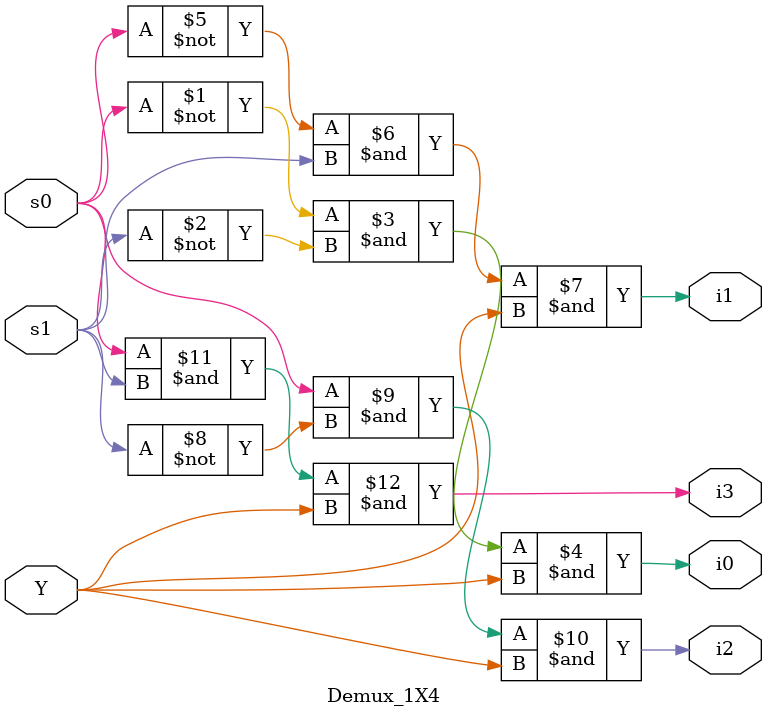
<source format=v>
module Demux_1X4(Y,s0,s1,i0,i1,i2,i3);
 input Y;
 input s0,s1;
 output i0,i1,i2,i3;

 and gate1 (i0,~s0,~s1,Y);
 and gate2 (i1,~s0,s1,Y);
 and gate3 (i2,s0,~s1,Y);
 and gate4 (i3,s0,s1,Y);

endmodule 



</source>
